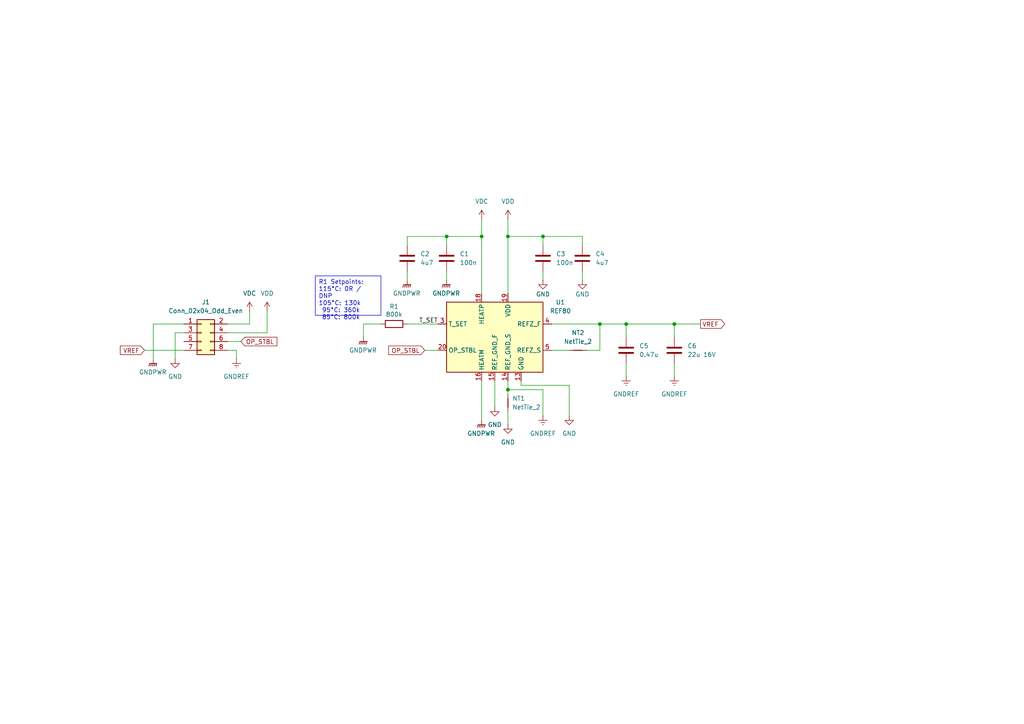
<source format=kicad_sch>
(kicad_sch (version 20231120) (generator "eeschema") (generator_version "8.0")
  (paper "A4")
  (title_block (title "REF80 Basic Test Board") (date "2024-10-19") (rev "REV.A") (company "dlebed"))
  (lib_symbols
    (symbol "Connector_Generic:Conn_02x04_Odd_Even" (pin_names (offset 1.016) hide)
      (property "Reference" "J" (at 1.27 5.08 0))
      (property "Value" "Conn_02x04_Odd_Even" (at 1.27 -7.62 0))
      (symbol "Conn_02x04_Odd_Even_1_1"
        (rectangle (start -1.27 -4.953) (end 0 -5.207) (stroke (width 0.1524)))
        (rectangle (start -1.27 -2.413) (end 0 -2.667) (stroke (width 0.1524)))
        (rectangle (start -1.27 0.127) (end 0 -0.127) (stroke (width 0.1524)))
        (rectangle (start -1.27 2.667) (end 0 2.413) (stroke (width 0.1524)))
        (rectangle (start -1.27 3.81) (end 3.81 -6.35) (stroke (width 0.254)) (fill (type background)))
        (rectangle (start 3.81 -4.953) (end 2.54 -5.207) (stroke (width 0.1524)))
        (rectangle (start 3.81 -2.413) (end 2.54 -2.667) (stroke (width 0.1524)))
        (rectangle (start 3.81 0.127) (end 2.54 -0.127) (stroke (width 0.1524)))
        (rectangle (start 3.81 2.667) (end 2.54 2.413) (stroke (width 0.1524)))
        (pin passive line (at -5.08 2.54 0) (length 3.81) (name "Pin_1") (number "1"))
        (pin passive line (at 7.62 2.54 180) (length 3.81) (name "Pin_2") (number "2"))
        (pin passive line (at -5.08 0 0) (length 3.81) (name "Pin_3") (number "3"))
        (pin passive line (at 7.62 0 180) (length 3.81) (name "Pin_4") (number "4"))
        (pin passive line (at -5.08 -2.54 0) (length 3.81) (name "Pin_5") (number "5"))
        (pin passive line (at 7.62 -2.54 180) (length 3.81) (name "Pin_6") (number "6"))
        (pin passive line (at -5.08 -5.08 0) (length 3.81) (name "Pin_7") (number "7"))
        (pin passive line (at 7.62 -5.08 180) (length 3.81) (name "Pin_8") (number "8"))
      )
    )
    (symbol "Device:C" (pin_numbers hide) (pin_names (offset 0.254))
      (property "Reference" "C" (at 0.635 2.54 0))
      (property "Value" "C" (at 0.635 -2.54 0))
      (symbol "C_0_1"
        (polyline (pts (xy -2.032 -0.762) (xy 2.032 -0.762)) (stroke (width 0.508)))
        (polyline (pts (xy -2.032 0.762) (xy 2.032 0.762)) (stroke (width 0.508)))
      )
      (symbol "C_1_1"
        (pin passive line (at 0 3.81 270) (length 2.794) (name "~") (number "1"))
        (pin passive line (at 0 -3.81 90) (length 2.794) (name "~") (number "2"))
      )
    )
    (symbol "Device:NetTie_2" (pin_numbers hide) (pin_names (offset 0) hide) (in_bom no)
      (property "Reference" "NT" (at 0 1.27 0))
      (property "Value" "NetTie_2" (at 0 -1.27 0))
      (symbol "NetTie_2_0_1"
        (polyline (pts (xy -1.27 0) (xy 1.27 0)) (stroke (width 0.254)))
      )
      (symbol "NetTie_2_1_1"
        (pin passive line (at -2.54 0 0) (length 2.54) (name "1") (number "1"))
        (pin passive line (at 2.54 0 180) (length 2.54) (name "2") (number "2"))
      )
    )
    (symbol "Device:R" (pin_numbers hide) (pin_names (offset 0))
      (property "Reference" "R" (at 2.032 0 90))
      (property "Value" "R" (at 0 0 90))
      (symbol "R_0_1"
        (rectangle (start -1.016 -2.54) (end 1.016 2.54) (stroke (width 0.254)))
      )
      (symbol "R_1_1"
        (pin passive line (at 0 3.81 270) (length 1.27) (name "~") (number "1"))
        (pin passive line (at 0 -3.81 90) (length 1.27) (name "~") (number "2"))
      )
    )
    (symbol "my-ic:REF80"
      (property "Reference" "U" (at -11.43 11.43 0))
      (property "Value" "REF80" (at -10.922 -11.684 0))
      (symbol "REF80_0_1"
        (rectangle (start -13.97 10.16) (end 13.97 -10.16) (stroke (width 0.254)) (fill (type background)))
      )
      (symbol "REF80_1_1"
        (pin no_connect line (at -16.51 -7.62 0) (length 2.54) hide (name "NC") (number "1"))
        (pin no_connect line (at -16.51 -7.62 0) (length 2.54) hide (name "NC") (number "10"))
        (pin no_connect line (at -16.51 -7.62 0) (length 2.54) hide (name "NC") (number "11"))
        (pin no_connect line (at -16.51 -7.62 0) (length 2.54) hide (name "NC") (number "12"))
        (pin passive line (at 7.62 -12.7 90) (length 2.54) (name "GND") (number "13"))
        (pin passive line (at 3.81 -12.7 90) (length 2.54) (name "REF_GND_S") (number "14"))
        (pin passive line (at 0 -12.7 90) (length 2.54) (name "REF_GND_F") (number "15"))
        (pin passive line (at -3.81 -12.7 90) (length 2.54) (name "HEATM") (number "16"))
        (pin passive line (at -3.81 -12.7 90) (length 2.54) hide (name "HEATM") (number "17"))
        (pin power_in line (at -3.81 12.7 270) (length 2.54) (name "HEATP") (number "18"))
        (pin power_in line (at 3.81 12.7 270) (length 2.54) (name "VDD") (number "19"))
        (pin no_connect line (at -16.51 -7.62 0) (length 2.54) hide (name "NC") (number "2"))
        (pin output line (at -16.51 -3.81 0) (length 2.54) (name "OP_STBL") (number "20"))
        (pin input line (at -16.51 3.81 0) (length 2.54) (name "T_SET") (number "3"))
        (pin power_out line (at 16.51 3.81 180) (length 2.54) (name "REFZ_F") (number "4"))
        (pin input line (at 16.51 -3.81 180) (length 2.54) (name "REFZ_S") (number "5"))
        (pin no_connect line (at -16.51 -7.62 0) (length 2.54) hide (name "NC") (number "6"))
        (pin no_connect line (at -16.51 -7.62 0) (length 2.54) hide (name "NC") (number "7"))
        (pin no_connect line (at -16.51 -7.62 0) (length 2.54) hide (name "NC") (number "8"))
        (pin no_connect line (at -16.51 -7.62 0) (length 2.54) hide (name "NC") (number "9"))
      )
    )
    (symbol "power:GND" (power) (pin_numbers hide) (pin_names (offset 0) hide)
      (property "Value" "GND" (at 0 -3.81 0))
      (symbol "GND_0_1"
        (polyline (pts (xy 0 0) (xy 0 -1.27) (xy 1.27 -1.27) (xy 0 -2.54) (xy -1.27 -1.27) (xy 0 -1.27)))
      )
      (symbol "GND_1_1"
        (pin power_in line (at 0 0 270) (length 0) (name "~") (number "1"))
      )
    )
    (symbol "power:GNDPWR" (power) (pin_numbers hide) (pin_names (offset 0) hide)
      (property "Value" "GNDPWR" (at 0 -3.302 0))
      (symbol "GNDPWR_0_1"
        (polyline (pts (xy 0 -1.27) (xy 0 0)))
        (polyline (pts (xy -1.016 -1.27) (xy -1.27 -2.032) (xy -1.27 -2.032)) (stroke (width 0.2032)))
        (polyline (pts (xy -0.508 -1.27) (xy -0.762 -2.032) (xy -0.762 -2.032)) (stroke (width 0.2032)))
        (polyline (pts (xy 0 -1.27) (xy -0.254 -2.032) (xy -0.254 -2.032)) (stroke (width 0.2032)))
        (polyline (pts (xy 0.508 -1.27) (xy 0.254 -2.032) (xy 0.254 -2.032)) (stroke (width 0.2032)))
        (polyline (pts (xy 1.016 -1.27) (xy -1.016 -1.27) (xy -1.016 -1.27)) (stroke (width 0.2032)))
        (polyline (pts (xy 1.016 -1.27) (xy 0.762 -2.032) (xy 0.762 -2.032) (xy 0.762 -2.032)) (stroke (width 0.2032)))
      )
      (symbol "GNDPWR_1_1"
        (pin power_in line (at 0 0 270) (length 0) (name "~") (number "1"))
      )
    )
    (symbol "power:GNDREF" (power) (pin_numbers hide) (pin_names (offset 0) hide)
      (property "Value" "GNDREF" (at 0 -3.81 0))
      (symbol "GNDREF_0_1"
        (polyline (pts (xy -0.635 -1.905) (xy 0.635 -1.905)))
        (polyline (pts (xy -0.127 -2.54) (xy 0.127 -2.54)))
        (polyline (pts (xy 0 -1.27) (xy 0 0)))
        (polyline (pts (xy 1.27 -1.27) (xy -1.27 -1.27)))
      )
      (symbol "GNDREF_1_1"
        (pin power_in line (at 0 0 270) (length 0) (name "~") (number "1"))
      )
    )
    (symbol "power:VDC" (power) (pin_numbers hide) (pin_names (offset 0) hide)
      (property "Value" "VDC" (at 0 3.556 0))
      (symbol "VDC_0_1"
        (polyline (pts (xy -0.762 1.27) (xy 0 2.54)))
        (polyline (pts (xy 0 0) (xy 0 2.54)))
        (polyline (pts (xy 0 2.54) (xy 0.762 1.27)))
      )
      (symbol "VDC_1_1"
        (pin power_in line (at 0 0 90) (length 0) (name "~") (number "1"))
      )
    )
    (symbol "power:VDD" (power) (pin_numbers hide) (pin_names (offset 0) hide)
      (property "Value" "VDD" (at 0 3.556 0))
      (symbol "VDD_0_1"
        (polyline (pts (xy -0.762 1.27) (xy 0 2.54)))
        (polyline (pts (xy 0 0) (xy 0 2.54)))
        (polyline (pts (xy 0 2.54) (xy 0.762 1.27)))
      )
      (symbol "VDD_1_1"
        (pin power_in line (at 0 0 90) (length 0) (name "~") (number "1"))
      )
    )
  )
  (junction (at 139.7 68.58))
  (junction (at 129.54 68.58))
  (junction (at 181.61 93.98))
  (junction (at 173.99 93.98))
  (junction (at 147.32 68.58))
  (junction (at 157.48 68.58))
  (junction (at 195.58 93.98))
  (junction (at 147.32 113.03))
  (wire (pts (xy 53.34 96.52) (xy 50.8 96.52)))
  (wire (pts (xy 147.32 63.5) (xy 147.32 68.58)))
  (wire (pts (xy 118.11 78.74) (xy 118.11 81.28)))
  (wire (pts (xy 66.04 101.6) (xy 68.58 101.6)))
  (wire (pts (xy 77.47 96.52) (xy 77.47 90.17)))
  (wire (pts (xy 147.32 68.58) (xy 157.48 68.58)))
  (wire (pts (xy 147.32 113.03) (xy 147.32 114.3)))
  (wire (pts (xy 139.7 68.58) (xy 129.54 68.58)))
  (wire (pts (xy 195.58 93.98) (xy 203.2 93.98)))
  (wire (pts (xy 181.61 105.41) (xy 181.61 109.22)))
  (wire (pts (xy 157.48 68.58) (xy 157.48 71.12)))
  (wire (pts (xy 195.58 97.79) (xy 195.58 93.98)))
  (wire (pts (xy 195.58 105.41) (xy 195.58 109.22)))
  (wire (pts (xy 44.45 93.98) (xy 44.45 104.14)))
  (wire (pts (xy 53.34 93.98) (xy 44.45 93.98)))
  (wire (pts (xy 173.99 93.98) (xy 173.99 101.6)))
  (wire (pts (xy 173.99 93.98) (xy 181.61 93.98)))
  (wire (pts (xy 118.11 68.58) (xy 118.11 71.12)))
  (wire (pts (xy 68.58 101.6) (xy 68.58 104.14)))
  (wire (pts (xy 147.32 85.09) (xy 147.32 68.58)))
  (wire (pts (xy 157.48 78.74) (xy 157.48 81.28)))
  (wire (pts (xy 147.32 110.49) (xy 147.32 113.03)))
  (wire (pts (xy 168.91 68.58) (xy 168.91 71.12)))
  (wire (pts (xy 147.32 119.38) (xy 147.32 123.19)))
  (wire (pts (xy 181.61 93.98) (xy 195.58 93.98)))
  (wire (pts (xy 157.48 120.65) (xy 157.48 113.03)))
  (wire (pts (xy 66.04 96.52) (xy 77.47 96.52)))
  (wire (pts (xy 123.19 101.6) (xy 127 101.6)))
  (wire (pts (xy 41.91 101.6) (xy 53.34 101.6)))
  (wire (pts (xy 160.02 101.6) (xy 165.1 101.6)))
  (wire (pts (xy 151.13 111.76) (xy 151.13 110.49)))
  (wire (pts (xy 105.41 93.98) (xy 105.41 97.79)))
  (wire (pts (xy 157.48 68.58) (xy 168.91 68.58)))
  (wire (pts (xy 160.02 93.98) (xy 173.99 93.98)))
  (wire (pts (xy 129.54 68.58) (xy 118.11 68.58)))
  (wire (pts (xy 173.99 101.6) (xy 170.18 101.6)))
  (wire (pts (xy 157.48 113.03) (xy 147.32 113.03)))
  (wire (pts (xy 118.11 93.98) (xy 127 93.98)))
  (wire (pts (xy 66.04 93.98) (xy 72.39 93.98)))
  (wire (pts (xy 129.54 68.58) (xy 129.54 71.12)))
  (wire (pts (xy 139.7 63.5) (xy 139.7 68.58)))
  (wire (pts (xy 72.39 93.98) (xy 72.39 90.17)))
  (wire (pts (xy 165.1 111.76) (xy 151.13 111.76)))
  (wire (pts (xy 168.91 78.74) (xy 168.91 81.28)))
  (wire (pts (xy 181.61 97.79) (xy 181.61 93.98)))
  (wire (pts (xy 143.51 110.49) (xy 143.51 118.11)))
  (wire (pts (xy 66.04 99.06) (xy 69.85 99.06)))
  (wire (pts (xy 139.7 110.49) (xy 139.7 121.92)))
  (wire (pts (xy 129.54 78.74) (xy 129.54 81.28)))
  (wire (pts (xy 165.1 111.76) (xy 165.1 120.65)))
  (wire (pts (xy 139.7 85.09) (xy 139.7 68.58)))
  (wire (pts (xy 110.49 93.98) (xy 105.41 93.98)))
  (wire (pts (xy 50.8 96.52) (xy 50.8 104.14)))
  (text_box "R1 Setpoints:\n115°C: 0R / DNP\n105°C: 130k\n 95°C: 360k\n 85°C: 800k" (at 91.44 80.01 0) (size 19.05 11.43) (effects (font (size 1.27 1.27)) (justify left top)))
  (label "T_SET" (at 127 93.98 180))
  (global_label "VREF" (shape input) (at 41.91 101.6 180) (property "Intersheetrefs" "${INTERSHEET_REFS}" (effects (hide yes))))
  (global_label "OP_STBL" (shape input) (at 123.19 101.6 180) (property "Intersheetrefs" "${INTERSHEET_REFS}" (effects (hide yes))))
  (global_label "OP_STBL" (shape input) (at 69.85 99.06 0) (property "Intersheetrefs" "${INTERSHEET_REFS}" (effects (hide yes))))
  (global_label "VREF" (shape output) (at 203.2 93.98 0) (property "Intersheetrefs" "${INTERSHEET_REFS}" (effects (hide yes))))
  (symbol (lib_id "power:GND") (at 147.32 123.19 0) (unit 1)
    (property "Reference" "#PWR04" (effects (hide yes)))
    (property "Value" "GND" (at 147.32 128.27 0))
    (property "Description" "Power symbol creates a global label with name \"GND\" , ground" (effects (hide yes)))
  )
  (symbol (lib_id "power:GNDREF") (at 181.61 109.22 0) (unit 1)
    (property "Reference" "#PWR012" (effects (hide yes)))
    (property "Value" "GNDREF" (at 181.61 114.3 0))
    (property "Description" "Power symbol creates a global label with name \"GNDREF\" , reference supply ground" (effects (hide yes)))
  )
  (symbol (lib_id "power:GNDPWR") (at 129.54 81.28 0) (unit 1)
    (property "Reference" "#PWR09" (effects (hide yes)))
    (property "Value" "GNDPWR" (at 129.413 85.09 0))
    (property "Description" "Power symbol creates a global label with name \"GNDPWR\" , global ground" (effects (hide yes)))
  )
  (symbol (lib_id "power:GND") (at 143.51 118.11 0) (unit 1)
    (property "Reference" "#PWR03" (effects (hide yes)))
    (property "Value" "GND" (at 143.51 123.19 0))
    (property "Description" "Power symbol creates a global label with name \"GND\" , ground" (effects (hide yes)))
  )
  (symbol (lib_id "Device:C") (at 118.11 74.93 0) (unit 1)
    (property "Reference" "C2" (at 121.92 73.6599 0) (effects (justify left)))
    (property "Value" "4u7" (at 121.92 76.1999 0) (effects (justify left)))
    (property "Footprint" "Capacitor_SMD:C_0805_2012Metric" (effects (hide yes)))
    (property "Description" "Unpolarized capacitor" (effects (hide yes)))
  )
  (symbol (lib_id "power:GNDREF") (at 157.48 120.65 0) (unit 1)
    (property "Reference" "#PWR014" (effects (hide yes)))
    (property "Value" "GNDREF" (at 157.48 125.73 0))
    (property "Description" "Power symbol creates a global label with name \"GNDREF\" , reference supply ground" (effects (hide yes)))
  )
  (symbol (lib_id "power:GND") (at 168.91 81.28 0) (unit 1)
    (property "Reference" "#PWR07" (effects (hide yes)))
    (property "Value" "GND" (at 168.91 85.344 0))
    (property "Description" "Power symbol creates a global label with name \"GND\" , ground" (effects (hide yes)))
  )
  (symbol (lib_id "Device:R") (at 114.3 93.98 90) (unit 1)
    (property "Reference" "R1" (at 114.3 88.9 90))
    (property "Value" "800k" (at 114.3 91.186 90))
    (property "Footprint" "Resistor_SMD:R_0402_1005Metric" (effects (hide yes)))
    (property "Description" "Resistor" (effects (hide yes)))
  )
  (symbol (lib_id "power:VDC") (at 72.39 90.17 0) (unit 1)
    (property "Reference" "#PWR016" (effects (hide yes)))
    (property "Value" "VDC" (at 72.39 85.09 0))
    (property "Description" "Power symbol creates a global label with name \"VDC\"" (effects (hide yes)))
  )
  (symbol (lib_id "power:GNDPWR") (at 105.41 97.79 0) (unit 1)
    (property "Reference" "#PWR05" (effects (hide yes)))
    (property "Value" "GNDPWR" (at 105.283 101.6 0))
    (property "Description" "Power symbol creates a global label with name \"GNDPWR\" , global ground" (effects (hide yes)))
  )
  (symbol (lib_id "power:VDC") (at 139.7 63.5 0) (unit 1)
    (property "Reference" "#PWR011" (effects (hide yes)))
    (property "Value" "VDC" (at 139.7 58.42 0))
    (property "Description" "Power symbol creates a global label with name \"VDC\"" (effects (hide yes)))
  )
  (symbol (lib_id "Device:C") (at 195.58 101.6 0) (unit 1)
    (property "Reference" "C6" (at 199.39 100.3299 0) (effects (justify left)))
    (property "Value" "22u 16V" (at 199.39 102.8699 0) (effects (justify left)))
    (property "Footprint" "Capacitor_SMD:C_2220_5750Metric" (effects (hide yes)))
    (property "Datasheet" "https://www.mouser.com/datasheet/2/977/e_MU-1600877.pdf" (effects (hide yes)))
    (property "Description" "Film capacitor" (effects (hide yes)))
    (property "PartNumber" "16MU226MD35750" (effects (hide yes)))
  )
  (symbol (lib_id "Device:C") (at 168.91 74.93 0) (unit 1)
    (property "Reference" "C4" (at 172.72 73.6599 0) (effects (justify left)))
    (property "Value" "4u7" (at 172.72 76.1999 0) (effects (justify left)))
    (property "Footprint" "Capacitor_SMD:C_0805_2012Metric" (effects (hide yes)))
    (property "Description" "Unpolarized capacitor" (effects (hide yes)))
  )
  (symbol (lib_id "power:GND") (at 157.48 81.28 0) (unit 1)
    (property "Reference" "#PWR06" (effects (hide yes)))
    (property "Value" "GND" (at 157.48 85.344 0))
    (property "Description" "Power symbol creates a global label with name \"GND\" , ground" (effects (hide yes)))
  )
  (symbol (lib_id "power:GND") (at 165.1 120.65 0) (unit 1)
    (property "Reference" "#PWR02" (effects (hide yes)))
    (property "Value" "GND" (at 165.1 125.73 0))
    (property "Description" "Power symbol creates a global label with name \"GND\" , ground" (effects (hide yes)))
  )
  (symbol (lib_id "power:GNDREF") (at 195.58 109.22 0) (unit 1)
    (property "Reference" "#PWR013" (effects (hide yes)))
    (property "Value" "GNDREF" (at 195.58 114.3 0))
    (property "Description" "Power symbol creates a global label with name \"GNDREF\" , reference supply ground" (effects (hide yes)))
  )
  (symbol (lib_id "Device:C") (at 157.48 74.93 0) (unit 1)
    (property "Reference" "C3" (at 161.29 73.6599 0) (effects (justify left)))
    (property "Value" "100n" (at 161.29 76.1999 0) (effects (justify left)))
    (property "Footprint" "Capacitor_SMD:C_0402_1005Metric" (effects (hide yes)))
    (property "Description" "Unpolarized capacitor" (effects (hide yes)))
  )
  (symbol (lib_id "power:VDD") (at 77.47 90.17 0) (unit 1)
    (property "Reference" "#PWR018" (effects (hide yes)))
    (property "Value" "VDD" (at 77.47 85.09 0))
    (property "Description" "Power symbol creates a global label with name \"VDD\"" (effects (hide yes)))
  )
  (symbol (lib_id "Connector_Generic:Conn_02x04_Odd_Even") (at 58.42 96.52 0) (unit 1)
    (property "Reference" "J1" (at 59.69 87.63 0))
    (property "Value" "Conn_02x04_Odd_Even" (at 59.69 90.17 0))
    (property "Footprint" "Connector_PinHeader_2.54mm:PinHeader_2x04_P2.54mm_Vertical" (effects (hide yes)))
    (property "Description" "Generic connector, double row, 02x04, odd/even pin numbering scheme (row 1 odd numbers, row 2 even numbers), script generated (kicad-library-utils/schlib/autogen/connector/)" (effects (hide yes)))
  )
  (symbol (lib_id "Device:C") (at 129.54 74.93 0) (unit 1)
    (property "Reference" "C1" (at 133.35 73.6599 0) (effects (justify left)))
    (property "Value" "100n" (at 133.35 76.1999 0) (effects (justify left)))
    (property "Footprint" "Capacitor_SMD:C_0402_1005Metric" (effects (hide yes)))
    (property "Description" "Unpolarized capacitor" (effects (hide yes)))
  )
  (symbol (lib_id "power:GNDREF") (at 68.58 104.14 0) (unit 1)
    (property "Reference" "#PWR019" (effects (hide yes)))
    (property "Value" "GNDREF" (at 68.58 109.22 0))
    (property "Description" "Power symbol creates a global label with name \"GNDREF\" , reference supply ground" (effects (hide yes)))
  )
  (symbol (lib_id "power:GNDPWR") (at 118.11 81.28 0) (unit 1)
    (property "Reference" "#PWR08" (effects (hide yes)))
    (property "Value" "GNDPWR" (at 117.983 85.09 0))
    (property "Description" "Power symbol creates a global label with name \"GNDPWR\" , global ground" (effects (hide yes)))
  )
  (symbol (lib_id "Device:NetTie_2") (at 167.64 101.6 180) (unit 1) (in_bom no)
    (property "Reference" "NT2" (at 167.64 96.52 0))
    (property "Value" "NetTie_2" (at 167.64 99.06 0))
    (property "Footprint" "NetTie:NetTie-2_SMD_Pad0.5mm" (effects (hide yes)))
    (property "Description" "Net tie, 2 pins" (effects (hide yes)))
  )
  (symbol (lib_id "power:GNDPWR") (at 139.7 121.92 0) (unit 1)
    (property "Reference" "#PWR01" (effects (hide yes)))
    (property "Value" "GNDPWR" (at 139.573 125.73 0))
    (property "Description" "Power symbol creates a global label with name \"GNDPWR\" , global ground" (effects (hide yes)))
  )
  (symbol (lib_id "power:VDD") (at 147.32 63.5 0) (unit 1)
    (property "Reference" "#PWR010" (effects (hide yes)))
    (property "Value" "VDD" (at 147.32 58.42 0))
    (property "Description" "Power symbol creates a global label with name \"VDD\"" (effects (hide yes)))
  )
  (symbol (lib_id "power:GND") (at 50.8 104.14 0) (unit 1)
    (property "Reference" "#PWR017" (effects (hide yes)))
    (property "Value" "GND" (at 50.8 109.22 0))
    (property "Description" "Power symbol creates a global label with name \"GND\" , ground" (effects (hide yes)))
  )
  (symbol (lib_id "Device:C") (at 181.61 101.6 0) (unit 1)
    (property "Reference" "C5" (at 185.42 100.3299 0) (effects (justify left)))
    (property "Value" "0.47u" (at 185.42 102.8699 0) (effects (justify left)))
    (property "Footprint" "Capacitor_SMD:C_1206_3216Metric" (effects (hide yes)))
    (property "Datasheet" "https://www.murata.com/en-us/products/productdetail?partno=GRM31C5C1E474JE01%23" (effects (hide yes)))
    (property "Description" "Unpolarized capacitor" (effects (hide yes)))
    (property "PartNumber" "GRM31C5C1E474JE01L" (effects (hide yes)))
  )
  (symbol (lib_id "my-ic:REF80") (at 143.51 97.79 0) (unit 1)
    (property "Reference" "U1" (at 162.56 87.6614 0))
    (property "Value" "REF80" (at 162.56 90.2014 0))
    (property "Footprint" "my-ic:LCCC-20-NAJ" (effects (hide yes)))
    (property "Datasheet" "https://www.ti.com/lit/ds/symlink/ref80.pdf" (effects (hide yes)))
    (property "Description" "2.5V 0.05% 4mA Extremely Low Noise High Precision Voltage Reference, VSSOP-8" (effects (hide yes)))
  )
  (symbol (lib_id "Device:NetTie_2") (at 147.32 116.84 90) (unit 1) (in_bom no)
    (property "Reference" "NT1" (at 148.59 115.5699 90) (effects (justify right)))
    (property "Value" "NetTie_2" (at 148.59 118.1099 90) (effects (justify right)))
    (property "Footprint" "NetTie:NetTie-2_SMD_Pad0.5mm" (effects (hide yes)))
    (property "Description" "Net tie, 2 pins" (effects (hide yes)))
  )
  (symbol (lib_id "power:GNDPWR") (at 44.45 104.14 0) (unit 1)
    (property "Reference" "#PWR015" (effects (hide yes)))
    (property "Value" "GNDPWR" (at 44.323 107.95 0))
    (property "Description" "Power symbol creates a global label with name \"GNDPWR\" , global ground" (effects (hide yes)))
  )
)
</source>
